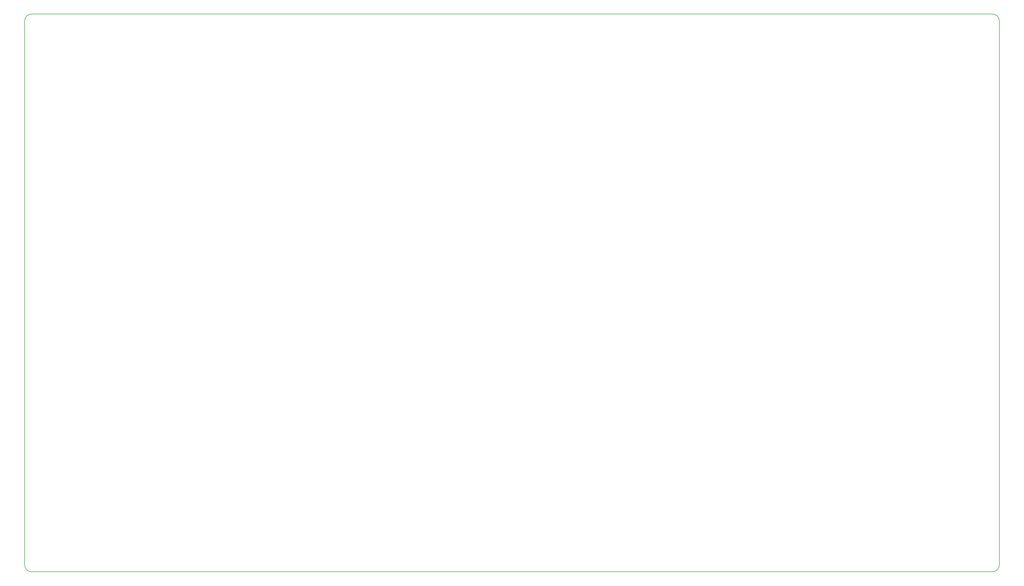
<source format=gm1>
G04 #@! TF.GenerationSoftware,KiCad,Pcbnew,7.0.8*
G04 #@! TF.CreationDate,2024-02-16T20:15:50-06:00*
G04 #@! TF.ProjectId,VesselV3,56657373-656c-4563-932e-6b696361645f,3.0*
G04 #@! TF.SameCoordinates,Original*
G04 #@! TF.FileFunction,Profile,NP*
%FSLAX46Y46*%
G04 Gerber Fmt 4.6, Leading zero omitted, Abs format (unit mm)*
G04 Created by KiCad (PCBNEW 7.0.8) date 2024-02-16 20:15:50*
%MOMM*%
%LPD*%
G01*
G04 APERTURE LIST*
G04 #@! TA.AperFunction,Profile*
%ADD10C,0.200000*%
G04 #@! TD*
G04 APERTURE END LIST*
D10*
X383381251Y-218694000D02*
X383381251Y-28321000D01*
X380111000Y-221456249D02*
X44069000Y-221488000D01*
X44069000Y-25939750D02*
G75*
G03*
X41687750Y-28321000I0J-2381250D01*
G01*
X41687800Y-219106750D02*
G75*
G03*
X44069000Y-221488000I2381200J-50D01*
G01*
X383381251Y-219074999D02*
X383381251Y-218694000D01*
X41687750Y-218313000D02*
X41687750Y-28321000D01*
X381000001Y-25939750D02*
X380492000Y-25939750D01*
X381000001Y-221456251D02*
G75*
G03*
X383381251Y-219074999I-1J2381251D01*
G01*
X381000001Y-221456249D02*
X380111000Y-221456249D01*
X380492000Y-25939750D02*
X44069000Y-25939750D01*
X383381250Y-28321000D02*
G75*
G03*
X381000001Y-25939750I-2381250J0D01*
G01*
X41687750Y-219106750D02*
X41687750Y-218313000D01*
M02*

</source>
